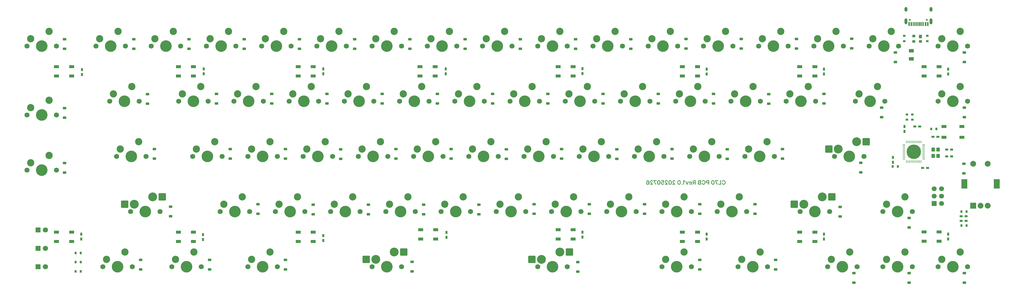
<source format=gbr>
%TF.GenerationSoftware,KiCad,Pcbnew,9.0.2*%
%TF.CreationDate,2025-08-01T12:08:27+09:00*%
%TF.ProjectId,CL70_PCB,434c3730-5f50-4434-922e-6b696361645f,rev?*%
%TF.SameCoordinates,Original*%
%TF.FileFunction,Soldermask,Bot*%
%TF.FilePolarity,Negative*%
%FSLAX46Y46*%
G04 Gerber Fmt 4.6, Leading zero omitted, Abs format (unit mm)*
G04 Created by KiCad (PCBNEW 9.0.2) date 2025-08-01 12:08:27*
%MOMM*%
%LPD*%
G01*
G04 APERTURE LIST*
G04 Aperture macros list*
%AMRoundRect*
0 Rectangle with rounded corners*
0 $1 Rounding radius*
0 $2 $3 $4 $5 $6 $7 $8 $9 X,Y pos of 4 corners*
0 Add a 4 corners polygon primitive as box body*
4,1,4,$2,$3,$4,$5,$6,$7,$8,$9,$2,$3,0*
0 Add four circle primitives for the rounded corners*
1,1,$1+$1,$2,$3*
1,1,$1+$1,$4,$5*
1,1,$1+$1,$6,$7*
1,1,$1+$1,$8,$9*
0 Add four rect primitives between the rounded corners*
20,1,$1+$1,$2,$3,$4,$5,0*
20,1,$1+$1,$4,$5,$6,$7,0*
20,1,$1+$1,$6,$7,$8,$9,0*
20,1,$1+$1,$8,$9,$2,$3,0*%
G04 Aperture macros list end*
%ADD10C,0.000000*%
%ADD11C,1.750000*%
%ADD12C,4.000000*%
%ADD13C,2.500000*%
%ADD14R,1.800000X1.800000*%
%ADD15C,1.800000*%
%ADD16C,3.050000*%
%ADD17RoundRect,0.250000X-1.025000X-1.000000X1.025000X-1.000000X1.025000X1.000000X-1.025000X1.000000X0*%
%ADD18R,2.000000X2.000000*%
%ADD19C,2.000000*%
%ADD20R,2.000000X3.200000*%
%ADD21R,1.000000X0.750000*%
%ADD22R,1.800000X1.000000*%
%ADD23RoundRect,0.225000X0.375000X-0.225000X0.375000X0.225000X-0.375000X0.225000X-0.375000X-0.225000X0*%
%ADD24R,0.750000X1.000000*%
%ADD25R,0.900000X0.800000*%
%ADD26R,1.000000X1.200000*%
%ADD27R,1.000000X0.900000*%
%ADD28R,1.800000X1.100000*%
%ADD29C,1.700000*%
%ADD30R,1.700000X1.700000*%
%ADD31R,0.800000X0.900000*%
%ADD32RoundRect,0.250000X0.350000X-0.450000X0.350000X0.450000X-0.350000X0.450000X-0.350000X-0.450000X0*%
%ADD33C,0.650000*%
%ADD34R,0.600000X1.450000*%
%ADD35R,0.300000X1.450000*%
%ADD36O,1.000000X1.600000*%
%ADD37O,1.000000X2.100000*%
%ADD38C,5.000000*%
%ADD39O,0.250000X1.000000*%
%ADD40O,1.000000X0.250000*%
%ADD41RoundRect,0.250000X0.625000X-0.375000X0.625000X0.375000X-0.625000X0.375000X-0.625000X-0.375000X0*%
G04 APERTURE END LIST*
D10*
%TO.C,G\u002A\u002A\u002A*%
G36*
X282032755Y-158224788D02*
G01*
X282032755Y-158968510D01*
X281572656Y-158968510D01*
X281112556Y-158968510D01*
X281112556Y-158855061D01*
X281112556Y-158741612D01*
X281440298Y-158741612D01*
X281768040Y-158741612D01*
X281768040Y-158111339D01*
X281768040Y-157481066D01*
X281900398Y-157481066D01*
X282032755Y-157481066D01*
X282032755Y-158224788D01*
G37*
G36*
X268521860Y-158675324D02*
G01*
X268570025Y-158700173D01*
X268605540Y-158738859D01*
X268626242Y-158786769D01*
X268629971Y-158839290D01*
X268614562Y-158891810D01*
X268577855Y-158939715D01*
X268549490Y-158962858D01*
X268516970Y-158977440D01*
X268475325Y-158981116D01*
X268464097Y-158980839D01*
X268402750Y-158967189D01*
X268356815Y-158934263D01*
X268328000Y-158883837D01*
X268318015Y-158817686D01*
X268325594Y-158773995D01*
X268353612Y-158725315D01*
X268397327Y-158688752D01*
X268451480Y-158670120D01*
X268463209Y-158668926D01*
X268521860Y-158675324D01*
G37*
G36*
X269433014Y-157600649D02*
G01*
X269616378Y-157720233D01*
X269616378Y-157840153D01*
X269616137Y-157871253D01*
X269614741Y-157916950D01*
X269612377Y-157948381D01*
X269609366Y-157960074D01*
X269604424Y-157957830D01*
X269581341Y-157944486D01*
X269543062Y-157921144D01*
X269493367Y-157890123D01*
X269436041Y-157853744D01*
X269269728Y-157747414D01*
X269266456Y-158357962D01*
X269263185Y-158968510D01*
X269124645Y-158968510D01*
X268986105Y-158968510D01*
X268986105Y-158224788D01*
X268986105Y-157481066D01*
X269117878Y-157481066D01*
X269249651Y-157481066D01*
X269433014Y-157600649D01*
G37*
G36*
X259758909Y-157594515D02*
G01*
X259758909Y-157707964D01*
X259387048Y-157707964D01*
X259357123Y-157707983D01*
X259265589Y-157708290D01*
X259183730Y-157708933D01*
X259114653Y-157709863D01*
X259061465Y-157711029D01*
X259027274Y-157712384D01*
X259015187Y-157713877D01*
X259016202Y-157716332D01*
X259026369Y-157737159D01*
X259046589Y-157777407D01*
X259075791Y-157834983D01*
X259112908Y-157907793D01*
X259156871Y-157993742D01*
X259206612Y-158090736D01*
X259261061Y-158196682D01*
X259319150Y-158309485D01*
X259341403Y-158352658D01*
X259399135Y-158464662D01*
X259453370Y-158569887D01*
X259502957Y-158666101D01*
X259546747Y-158751070D01*
X259583588Y-158822562D01*
X259612330Y-158878344D01*
X259631822Y-158916183D01*
X259640913Y-158933845D01*
X259658713Y-158968510D01*
X259516577Y-158968175D01*
X259374442Y-158967839D01*
X259056154Y-158344864D01*
X258737867Y-157721889D01*
X258737867Y-157601477D01*
X258737867Y-157481066D01*
X259248388Y-157481066D01*
X259758909Y-157481066D01*
X259758909Y-157594515D01*
G37*
G36*
X280961291Y-157594515D02*
G01*
X280961291Y-157707964D01*
X280589430Y-157707964D01*
X280559505Y-157707983D01*
X280467971Y-157708290D01*
X280386112Y-157708933D01*
X280317035Y-157709863D01*
X280263847Y-157711029D01*
X280229656Y-157712384D01*
X280217569Y-157713877D01*
X280218584Y-157716332D01*
X280228752Y-157737159D01*
X280248971Y-157777407D01*
X280278173Y-157834983D01*
X280315290Y-157907793D01*
X280359253Y-157993742D01*
X280408994Y-158090736D01*
X280463443Y-158196682D01*
X280521532Y-158309485D01*
X280543786Y-158352658D01*
X280601517Y-158464662D01*
X280655752Y-158569887D01*
X280705339Y-158666101D01*
X280749129Y-158751070D01*
X280785970Y-158822562D01*
X280814712Y-158878344D01*
X280834204Y-158916183D01*
X280843295Y-158933845D01*
X280861095Y-158968510D01*
X280718960Y-158968175D01*
X280576824Y-158967839D01*
X280258537Y-158344864D01*
X279940249Y-157721889D01*
X279940249Y-157601477D01*
X279940249Y-157481066D01*
X280450770Y-157481066D01*
X280961291Y-157481066D01*
X280961291Y-157594515D01*
G37*
G36*
X270795465Y-157849493D02*
G01*
X270827354Y-157851706D01*
X270839107Y-157855141D01*
X270835689Y-157866440D01*
X270824559Y-157899383D01*
X270806517Y-157951508D01*
X270782401Y-158020433D01*
X270753048Y-158103776D01*
X270719294Y-158199156D01*
X270681975Y-158304190D01*
X270641929Y-158416496D01*
X270444751Y-158968510D01*
X270298400Y-158968510D01*
X270152049Y-158968510D01*
X269960256Y-158429627D01*
X269928502Y-158340286D01*
X269890935Y-158234255D01*
X269856657Y-158137143D01*
X269826535Y-158051421D01*
X269801433Y-157979558D01*
X269782217Y-157924026D01*
X269769751Y-157887295D01*
X269764901Y-157871835D01*
X269765511Y-157865394D01*
X269774811Y-157859105D01*
X269797492Y-157855302D01*
X269837493Y-157853428D01*
X269898754Y-157852927D01*
X270036167Y-157852927D01*
X270161343Y-158256302D01*
X270182730Y-158324943D01*
X270211439Y-158416172D01*
X270237414Y-158497670D01*
X270259723Y-158566562D01*
X270277431Y-158619975D01*
X270289606Y-158655035D01*
X270295315Y-158668869D01*
X270299361Y-158662979D01*
X270310239Y-158635988D01*
X270326774Y-158589719D01*
X270348061Y-158526854D01*
X270373197Y-158450074D01*
X270401275Y-158362060D01*
X270431392Y-158265494D01*
X270558673Y-157852927D01*
X270698890Y-157849363D01*
X270748493Y-157848709D01*
X270795465Y-157849493D01*
G37*
G36*
X277860348Y-158224788D02*
G01*
X277860348Y-158968510D01*
X277727991Y-158968510D01*
X277595633Y-158968510D01*
X277595633Y-158716401D01*
X277595633Y-158464292D01*
X277397097Y-158464142D01*
X277302878Y-158462979D01*
X277223751Y-158458838D01*
X277159466Y-158450778D01*
X277104765Y-158437860D01*
X277054386Y-158419143D01*
X277003068Y-158393686D01*
X276939834Y-158350507D01*
X276873471Y-158279759D01*
X276823477Y-158194127D01*
X276791334Y-158097111D01*
X276778526Y-157992210D01*
X276780614Y-157963736D01*
X277056319Y-157963736D01*
X277062746Y-158044825D01*
X277090259Y-158115766D01*
X277137253Y-158173522D01*
X277202121Y-158215056D01*
X277233070Y-158225972D01*
X277277475Y-158235057D01*
X277337061Y-158241550D01*
X277416830Y-158246176D01*
X277424129Y-158246479D01*
X277484522Y-158248135D01*
X277535066Y-158248065D01*
X277570654Y-158246363D01*
X277586179Y-158243121D01*
X277587001Y-158241268D01*
X277589749Y-158219822D01*
X277592121Y-158178144D01*
X277593983Y-158120121D01*
X277595198Y-158049637D01*
X277595633Y-157970578D01*
X277595633Y-157707964D01*
X277441216Y-157708035D01*
X277380935Y-157708961D01*
X277320672Y-157711685D01*
X277271788Y-157715769D01*
X277241198Y-157720772D01*
X277174310Y-157748650D01*
X277117115Y-157796370D01*
X277078245Y-157861235D01*
X277058138Y-157942714D01*
X277056319Y-157963736D01*
X276780614Y-157963736D01*
X276786538Y-157882925D01*
X276796441Y-157836592D01*
X276834791Y-157734040D01*
X276892241Y-157647095D01*
X276967435Y-157577152D01*
X277059013Y-157525605D01*
X277165617Y-157493848D01*
X277183712Y-157491471D01*
X277229458Y-157488122D01*
X277293087Y-157485258D01*
X277370165Y-157483028D01*
X277456257Y-157481581D01*
X277546932Y-157481066D01*
X277860348Y-157481066D01*
X277860348Y-157970578D01*
X277860348Y-158224788D01*
G37*
G36*
X258149307Y-157475343D02*
G01*
X258246676Y-157506984D01*
X258332963Y-157554122D01*
X258405534Y-157615030D01*
X258461752Y-157687980D01*
X258498983Y-157771246D01*
X258514589Y-157863100D01*
X258517271Y-157928560D01*
X258394148Y-157932170D01*
X258347671Y-157933509D01*
X258306014Y-157933146D01*
X258280717Y-157927939D01*
X258266786Y-157915208D01*
X258259224Y-157892272D01*
X258253037Y-157856450D01*
X258248707Y-157837479D01*
X258220630Y-157781698D01*
X258174769Y-157736368D01*
X258115891Y-157703624D01*
X258048763Y-157685602D01*
X257978152Y-157684436D01*
X257908825Y-157702263D01*
X257862237Y-157726460D01*
X257809299Y-157774016D01*
X257777718Y-157834890D01*
X257767246Y-157909445D01*
X257767577Y-157928571D01*
X257770388Y-157959767D01*
X257777380Y-157989911D01*
X257790116Y-158021052D01*
X257810160Y-158055240D01*
X257839075Y-158094523D01*
X257878427Y-158140950D01*
X257929777Y-158196571D01*
X257994691Y-158263434D01*
X258074731Y-158343587D01*
X258171461Y-158439081D01*
X258511136Y-158773126D01*
X258511052Y-158870818D01*
X258510968Y-158968510D01*
X257994145Y-158968510D01*
X257477321Y-158968510D01*
X257477321Y-158855061D01*
X257477321Y-158741612D01*
X257805063Y-158741612D01*
X257886623Y-158741391D01*
X257966423Y-158740696D01*
X258034250Y-158739599D01*
X258086796Y-158738169D01*
X258120751Y-158736477D01*
X258132805Y-158734594D01*
X258132778Y-158734465D01*
X258123285Y-158723201D01*
X258098278Y-158696712D01*
X258060061Y-158657355D01*
X258010939Y-158607486D01*
X257953220Y-158549461D01*
X257889207Y-158485636D01*
X257793776Y-158389290D01*
X257709988Y-158300413D01*
X257642783Y-158222994D01*
X257590692Y-158154665D01*
X257552248Y-158093056D01*
X257525983Y-158035798D01*
X257510430Y-157980522D01*
X257504119Y-157924859D01*
X257505584Y-157866439D01*
X257524240Y-157769746D01*
X257564860Y-157680474D01*
X257625556Y-157604137D01*
X257704739Y-157542291D01*
X257800819Y-157496491D01*
X257912209Y-157468293D01*
X257931871Y-157465465D01*
X258043494Y-157460928D01*
X258149307Y-157475343D01*
G37*
G36*
X263254518Y-157475343D02*
G01*
X263351887Y-157506984D01*
X263438174Y-157554122D01*
X263510745Y-157615030D01*
X263566963Y-157687980D01*
X263604194Y-157771246D01*
X263619800Y-157863100D01*
X263622482Y-157928560D01*
X263499359Y-157932170D01*
X263452882Y-157933509D01*
X263411225Y-157933146D01*
X263385928Y-157927939D01*
X263371997Y-157915208D01*
X263364435Y-157892272D01*
X263358248Y-157856450D01*
X263353918Y-157837479D01*
X263325841Y-157781698D01*
X263279980Y-157736368D01*
X263221102Y-157703624D01*
X263153974Y-157685602D01*
X263083363Y-157684436D01*
X263014036Y-157702263D01*
X262967448Y-157726460D01*
X262914509Y-157774016D01*
X262882929Y-157834890D01*
X262872457Y-157909445D01*
X262872788Y-157928571D01*
X262875599Y-157959767D01*
X262882591Y-157989911D01*
X262895327Y-158021052D01*
X262915371Y-158055240D01*
X262944286Y-158094523D01*
X262983638Y-158140950D01*
X263034988Y-158196571D01*
X263099901Y-158263434D01*
X263179942Y-158343587D01*
X263276672Y-158439081D01*
X263616347Y-158773126D01*
X263616263Y-158870818D01*
X263616179Y-158968510D01*
X263099355Y-158968510D01*
X262582532Y-158968510D01*
X262582532Y-158855061D01*
X262582532Y-158741612D01*
X262910274Y-158741612D01*
X262991834Y-158741391D01*
X263071633Y-158740696D01*
X263139461Y-158739599D01*
X263192007Y-158738169D01*
X263225962Y-158736477D01*
X263238015Y-158734594D01*
X263237989Y-158734465D01*
X263228496Y-158723201D01*
X263203489Y-158696712D01*
X263165271Y-158657355D01*
X263116150Y-158607486D01*
X263058430Y-158549461D01*
X262994417Y-158485636D01*
X262898987Y-158389290D01*
X262815199Y-158300413D01*
X262747994Y-158222994D01*
X262695903Y-158154665D01*
X262657459Y-158093056D01*
X262631194Y-158035798D01*
X262615641Y-157980522D01*
X262609330Y-157924859D01*
X262610795Y-157866439D01*
X262629450Y-157769746D01*
X262670071Y-157680474D01*
X262730767Y-157604137D01*
X262809949Y-157542291D01*
X262906030Y-157496491D01*
X263017420Y-157468293D01*
X263037081Y-157465465D01*
X263148705Y-157460928D01*
X263254518Y-157475343D01*
G37*
G36*
X265851243Y-157475343D02*
G01*
X265948611Y-157506984D01*
X266034899Y-157554122D01*
X266107470Y-157615030D01*
X266163688Y-157687980D01*
X266200918Y-157771246D01*
X266216524Y-157863100D01*
X266219207Y-157928560D01*
X266096084Y-157932170D01*
X266049607Y-157933509D01*
X266007949Y-157933146D01*
X265982653Y-157927939D01*
X265968721Y-157915208D01*
X265961160Y-157892272D01*
X265954972Y-157856450D01*
X265950643Y-157837479D01*
X265922565Y-157781698D01*
X265876704Y-157736368D01*
X265817826Y-157703624D01*
X265750699Y-157685602D01*
X265680088Y-157684436D01*
X265610760Y-157702263D01*
X265564173Y-157726460D01*
X265511234Y-157774016D01*
X265479653Y-157834890D01*
X265469182Y-157909445D01*
X265469513Y-157928571D01*
X265472324Y-157959767D01*
X265479315Y-157989911D01*
X265492051Y-158021052D01*
X265512095Y-158055240D01*
X265541011Y-158094523D01*
X265580362Y-158140950D01*
X265631713Y-158196571D01*
X265696626Y-158263434D01*
X265776666Y-158343587D01*
X265873397Y-158439081D01*
X266213072Y-158773126D01*
X266212988Y-158870818D01*
X266212904Y-158968510D01*
X265696080Y-158968510D01*
X265179256Y-158968510D01*
X265179256Y-158855061D01*
X265179256Y-158741612D01*
X265506998Y-158741612D01*
X265588558Y-158741391D01*
X265668358Y-158740696D01*
X265736186Y-158739599D01*
X265788732Y-158738169D01*
X265822686Y-158736477D01*
X265834740Y-158734594D01*
X265834714Y-158734465D01*
X265825221Y-158723201D01*
X265800213Y-158696712D01*
X265761996Y-158657355D01*
X265712875Y-158607486D01*
X265655155Y-158549461D01*
X265591142Y-158485636D01*
X265495712Y-158389290D01*
X265411924Y-158300413D01*
X265344718Y-158222994D01*
X265292627Y-158154665D01*
X265254184Y-158093056D01*
X265227919Y-158035798D01*
X265212365Y-157980522D01*
X265206055Y-157924859D01*
X265207520Y-157866439D01*
X265226175Y-157769746D01*
X265266795Y-157680474D01*
X265327491Y-157604137D01*
X265406674Y-157542291D01*
X265502755Y-157496491D01*
X265614145Y-157468293D01*
X265633806Y-157465465D01*
X265745429Y-157460928D01*
X265851243Y-157475343D01*
G37*
G36*
X273246750Y-158224788D02*
G01*
X273246750Y-158968510D01*
X273114393Y-158968510D01*
X272982035Y-158968510D01*
X272982035Y-158697080D01*
X272982035Y-158425650D01*
X272841491Y-158429214D01*
X272700947Y-158432778D01*
X272558706Y-158697493D01*
X272416465Y-158962208D01*
X272263373Y-158965755D01*
X272259213Y-158965848D01*
X272201714Y-158966342D01*
X272155607Y-158965309D01*
X272125492Y-158962947D01*
X272115970Y-158959452D01*
X272121172Y-158950368D01*
X272143257Y-158910941D01*
X272172101Y-158858566D01*
X272205820Y-158796750D01*
X272242531Y-158729002D01*
X272280353Y-158658829D01*
X272317401Y-158589741D01*
X272351794Y-158525245D01*
X272381648Y-158468850D01*
X272405081Y-158424064D01*
X272420210Y-158394395D01*
X272425151Y-158383352D01*
X272422474Y-158381617D01*
X272403813Y-158370144D01*
X272374371Y-158352343D01*
X272366412Y-158347340D01*
X272314200Y-158305375D01*
X272263686Y-158251396D01*
X272221665Y-158193462D01*
X272194933Y-158139628D01*
X272173878Y-158060612D01*
X272164587Y-157960074D01*
X272446379Y-157960074D01*
X272449223Y-158009542D01*
X272466140Y-158072954D01*
X272500320Y-158122169D01*
X272554094Y-158161552D01*
X272576969Y-158173370D01*
X272600960Y-158182370D01*
X272629771Y-158188533D01*
X272668501Y-158192618D01*
X272722246Y-158195384D01*
X272796105Y-158197591D01*
X272982035Y-158202325D01*
X272982035Y-157953963D01*
X272982035Y-157705600D01*
X272802020Y-157709934D01*
X272744219Y-157711528D01*
X272686860Y-157714136D01*
X272645201Y-157718077D01*
X272613851Y-157724155D01*
X272587421Y-157733173D01*
X272560521Y-157745934D01*
X272515356Y-157775176D01*
X272475689Y-157821543D01*
X272453343Y-157881963D01*
X272446379Y-157960074D01*
X272164587Y-157960074D01*
X272163925Y-157952906D01*
X272175075Y-157849464D01*
X272206217Y-157753403D01*
X272256240Y-157667838D01*
X272324034Y-157595885D01*
X272408487Y-157540663D01*
X272409198Y-157540310D01*
X272447008Y-157523124D01*
X272485451Y-157509541D01*
X272528036Y-157499156D01*
X272578274Y-157491566D01*
X272639673Y-157486366D01*
X272715742Y-157483152D01*
X272809992Y-157481520D01*
X272925931Y-157481066D01*
X273246750Y-157481066D01*
X273246750Y-157953963D01*
X273246750Y-158224788D01*
G37*
G36*
X261063055Y-158229892D02*
G01*
X261062686Y-158312972D01*
X261061178Y-158376700D01*
X261058028Y-158426629D01*
X261052734Y-158468314D01*
X261044793Y-158507309D01*
X261033703Y-158549168D01*
X261019545Y-158594365D01*
X260968993Y-158710064D01*
X260903647Y-158807164D01*
X260824490Y-158884626D01*
X260732508Y-158941413D01*
X260628685Y-158976485D01*
X260583723Y-158984741D01*
X260465235Y-158990924D01*
X260354552Y-158973883D01*
X260253297Y-158934615D01*
X260163093Y-158874117D01*
X260085561Y-158793383D01*
X260022324Y-158693410D01*
X259975006Y-158575194D01*
X259971620Y-158563841D01*
X259943889Y-158438690D01*
X259930048Y-158305904D01*
X259929782Y-158217344D01*
X260201284Y-158217344D01*
X260206289Y-158340726D01*
X260223226Y-158457593D01*
X260252201Y-158561003D01*
X260280494Y-158619426D01*
X260325405Y-158679617D01*
X260378111Y-158725899D01*
X260433342Y-158752696D01*
X260468617Y-158760286D01*
X260543899Y-158760105D01*
X260611634Y-158736163D01*
X260670739Y-158688963D01*
X260720130Y-158619011D01*
X260723611Y-158612499D01*
X260755495Y-158537202D01*
X260777320Y-158450218D01*
X260789853Y-158347447D01*
X260793860Y-158224788D01*
X260787819Y-158085207D01*
X260769227Y-157964662D01*
X260738036Y-157865714D01*
X260694198Y-157788218D01*
X260637668Y-157732024D01*
X260625903Y-157723989D01*
X260559084Y-157694446D01*
X260489849Y-157687646D01*
X260421917Y-157702299D01*
X260359005Y-157737113D01*
X260304830Y-157790799D01*
X260263109Y-157862065D01*
X260256768Y-157877527D01*
X260226631Y-157978802D01*
X260208100Y-158094389D01*
X260201284Y-158217344D01*
X259929782Y-158217344D01*
X259929642Y-158170523D01*
X259942220Y-158037587D01*
X259967329Y-157912133D01*
X260004514Y-157799202D01*
X260053324Y-157703832D01*
X260105371Y-157635200D01*
X260184869Y-157562729D01*
X260274445Y-157509682D01*
X260370982Y-157475866D01*
X260471364Y-157461086D01*
X260572475Y-157465150D01*
X260671198Y-157487864D01*
X260764416Y-157529034D01*
X260849014Y-157588468D01*
X260921876Y-157665971D01*
X260979883Y-157761350D01*
X260991108Y-157785431D01*
X261017261Y-157847736D01*
X261036393Y-157906857D01*
X261049522Y-157968459D01*
X261057664Y-158038206D01*
X261061835Y-158121761D01*
X261063053Y-158224788D01*
X261063055Y-158229892D01*
G37*
G36*
X264970748Y-158229892D02*
G01*
X264970379Y-158312972D01*
X264968870Y-158376700D01*
X264965720Y-158426629D01*
X264960426Y-158468314D01*
X264952486Y-158507309D01*
X264941396Y-158549168D01*
X264927237Y-158594365D01*
X264876685Y-158710064D01*
X264811339Y-158807164D01*
X264732182Y-158884626D01*
X264640201Y-158941413D01*
X264536378Y-158976485D01*
X264491415Y-158984741D01*
X264372927Y-158990924D01*
X264262244Y-158973883D01*
X264160989Y-158934615D01*
X264070785Y-158874117D01*
X263993253Y-158793383D01*
X263930017Y-158693410D01*
X263882698Y-158575194D01*
X263879312Y-158563841D01*
X263851581Y-158438690D01*
X263837740Y-158305904D01*
X263837475Y-158217344D01*
X264108976Y-158217344D01*
X264113982Y-158340726D01*
X264130918Y-158457593D01*
X264159894Y-158561003D01*
X264188186Y-158619426D01*
X264233097Y-158679617D01*
X264285803Y-158725899D01*
X264341035Y-158752696D01*
X264376309Y-158760286D01*
X264451591Y-158760105D01*
X264519327Y-158736163D01*
X264578431Y-158688963D01*
X264627822Y-158619011D01*
X264631303Y-158612499D01*
X264663188Y-158537202D01*
X264685013Y-158450218D01*
X264697546Y-158347447D01*
X264701553Y-158224788D01*
X264695511Y-158085207D01*
X264676919Y-157964662D01*
X264645728Y-157865714D01*
X264601890Y-157788218D01*
X264545360Y-157732024D01*
X264533596Y-157723989D01*
X264466776Y-157694446D01*
X264397541Y-157687646D01*
X264329609Y-157702299D01*
X264266697Y-157737113D01*
X264212522Y-157790799D01*
X264170802Y-157862065D01*
X264164460Y-157877527D01*
X264134323Y-157978802D01*
X264115793Y-158094389D01*
X264108976Y-158217344D01*
X263837475Y-158217344D01*
X263837335Y-158170523D01*
X263849913Y-158037587D01*
X263875021Y-157912133D01*
X263912206Y-157799202D01*
X263961017Y-157703832D01*
X264013063Y-157635200D01*
X264092561Y-157562729D01*
X264182137Y-157509682D01*
X264278674Y-157475866D01*
X264379056Y-157461086D01*
X264480167Y-157465150D01*
X264578890Y-157487864D01*
X264672109Y-157529034D01*
X264756707Y-157588468D01*
X264829568Y-157665971D01*
X264887576Y-157761350D01*
X264898801Y-157785431D01*
X264924953Y-157847736D01*
X264944085Y-157906857D01*
X264957214Y-157968459D01*
X264965356Y-158038206D01*
X264969528Y-158121761D01*
X264970745Y-158224788D01*
X264970748Y-158229892D01*
G37*
G36*
X268071691Y-158229892D02*
G01*
X268071321Y-158312972D01*
X268069813Y-158376700D01*
X268066663Y-158426629D01*
X268061369Y-158468314D01*
X268053428Y-158507309D01*
X268042338Y-158549168D01*
X268028180Y-158594365D01*
X267977628Y-158710064D01*
X267912282Y-158807164D01*
X267833125Y-158884626D01*
X267741143Y-158941413D01*
X267637321Y-158976485D01*
X267592358Y-158984741D01*
X267473870Y-158990924D01*
X267363187Y-158973883D01*
X267261932Y-158934615D01*
X267171728Y-158874117D01*
X267094196Y-158793383D01*
X267030960Y-158693410D01*
X266983641Y-158575194D01*
X266980255Y-158563841D01*
X266952524Y-158438690D01*
X266938683Y-158305904D01*
X266938418Y-158217344D01*
X267209919Y-158217344D01*
X267214924Y-158340726D01*
X267231861Y-158457593D01*
X267260837Y-158561003D01*
X267289129Y-158619426D01*
X267334040Y-158679617D01*
X267386746Y-158725899D01*
X267441978Y-158752696D01*
X267477252Y-158760286D01*
X267552534Y-158760105D01*
X267620270Y-158736163D01*
X267679374Y-158688963D01*
X267728765Y-158619011D01*
X267732246Y-158612499D01*
X267764131Y-158537202D01*
X267785956Y-158450218D01*
X267798488Y-158347447D01*
X267802496Y-158224788D01*
X267796454Y-158085207D01*
X267777862Y-157964662D01*
X267746671Y-157865714D01*
X267702833Y-157788218D01*
X267646303Y-157732024D01*
X267634539Y-157723989D01*
X267567719Y-157694446D01*
X267498484Y-157687646D01*
X267430552Y-157702299D01*
X267367640Y-157737113D01*
X267313465Y-157790799D01*
X267271745Y-157862065D01*
X267265403Y-157877527D01*
X267235266Y-157978802D01*
X267216735Y-158094389D01*
X267209919Y-158217344D01*
X266938418Y-158217344D01*
X266938278Y-158170523D01*
X266950856Y-158037587D01*
X266975964Y-157912133D01*
X267013149Y-157799202D01*
X267061959Y-157703832D01*
X267114006Y-157635200D01*
X267193504Y-157562729D01*
X267283080Y-157509682D01*
X267379617Y-157475866D01*
X267479999Y-157461086D01*
X267581110Y-157465150D01*
X267679833Y-157487864D01*
X267773052Y-157529034D01*
X267857650Y-157588468D01*
X267930511Y-157665971D01*
X267988519Y-157761350D01*
X267999744Y-157785431D01*
X268025896Y-157847736D01*
X268045028Y-157906857D01*
X268058157Y-157968459D01*
X268066299Y-158038206D01*
X268070470Y-158121761D01*
X268071688Y-158224788D01*
X268071691Y-158229892D01*
G37*
G36*
X271987822Y-158290803D02*
G01*
X271998404Y-158413870D01*
X271995907Y-158479122D01*
X271975917Y-158601699D01*
X271936606Y-158709960D01*
X271878779Y-158802758D01*
X271803242Y-158878950D01*
X271710800Y-158937389D01*
X271602260Y-158976931D01*
X271554083Y-158985497D01*
X271474180Y-158989898D01*
X271388268Y-158986122D01*
X271306473Y-158974744D01*
X271238923Y-158956338D01*
X271186018Y-158932515D01*
X271112167Y-158885577D01*
X271050881Y-158829644D01*
X271006312Y-158768755D01*
X270982609Y-158706947D01*
X270974616Y-158665979D01*
X271100796Y-158665979D01*
X271118519Y-158665992D01*
X271170315Y-158666584D01*
X271203773Y-158668939D01*
X271224314Y-158674254D01*
X271237356Y-158683726D01*
X271248318Y-158698549D01*
X271266167Y-158719430D01*
X271314448Y-158750906D01*
X271377832Y-158771495D01*
X271450472Y-158778875D01*
X271522849Y-158771641D01*
X271599083Y-158743826D01*
X271661124Y-158695752D01*
X271678439Y-158673722D01*
X271706135Y-158623383D01*
X271726299Y-158568122D01*
X271734095Y-158519614D01*
X271734095Y-158489867D01*
X271346477Y-158486534D01*
X270958859Y-158483200D01*
X270961794Y-158382356D01*
X270964498Y-158327734D01*
X270968010Y-158300421D01*
X271213952Y-158300421D01*
X271474023Y-158300421D01*
X271496372Y-158300380D01*
X271572045Y-158299604D01*
X271637369Y-158297960D01*
X271688629Y-158295607D01*
X271722109Y-158292701D01*
X271734095Y-158289400D01*
X271733257Y-158283826D01*
X271726334Y-158258602D01*
X271714697Y-158223400D01*
X271684604Y-158163310D01*
X271637772Y-158111456D01*
X271580704Y-158075420D01*
X271517285Y-158055000D01*
X271451396Y-158049994D01*
X271386923Y-158060200D01*
X271327746Y-158085415D01*
X271277751Y-158125438D01*
X271240820Y-158180066D01*
X271220835Y-158249098D01*
X271213952Y-158300421D01*
X270968010Y-158300421D01*
X270976112Y-158237421D01*
X270997829Y-158158546D01*
X271031597Y-158082746D01*
X271039555Y-158068233D01*
X271101004Y-157985442D01*
X271180139Y-157920133D01*
X271275880Y-157873028D01*
X271387150Y-157844849D01*
X271461012Y-157838083D01*
X271571400Y-157846509D01*
X271673264Y-157876650D01*
X271764692Y-157926726D01*
X271843772Y-157994958D01*
X271908595Y-158079568D01*
X271957249Y-158178776D01*
X271987439Y-158289400D01*
X271987822Y-158290803D01*
G37*
G36*
X276063298Y-157473507D02*
G01*
X276147896Y-157492334D01*
X276244142Y-157532159D01*
X276348466Y-157599476D01*
X276438371Y-157686121D01*
X276511181Y-157789900D01*
X276544479Y-157857957D01*
X276583607Y-157977855D01*
X276606100Y-158108200D01*
X276611854Y-158243697D01*
X276600764Y-158379053D01*
X276572727Y-158508973D01*
X276527639Y-158628163D01*
X276523352Y-158636919D01*
X276460757Y-158735981D01*
X276379836Y-158823174D01*
X276284914Y-158895170D01*
X276180318Y-158948635D01*
X276070373Y-158980242D01*
X276063735Y-158981311D01*
X276013917Y-158986063D01*
X275952741Y-158988107D01*
X275891929Y-158987001D01*
X275812689Y-158978842D01*
X275691112Y-158947952D01*
X275582452Y-158896510D01*
X275488324Y-158825832D01*
X275410342Y-158737237D01*
X275350120Y-158632041D01*
X275309273Y-158511562D01*
X275300959Y-158476897D01*
X275437540Y-158476897D01*
X275574121Y-158476897D01*
X275602888Y-158546304D01*
X275624973Y-158590345D01*
X275678461Y-158656039D01*
X275748873Y-158703364D01*
X275835654Y-158731996D01*
X275938248Y-158741612D01*
X275962767Y-158741325D01*
X276012860Y-158737052D01*
X276056148Y-158725299D01*
X276105671Y-158703064D01*
X276134051Y-158687923D01*
X276192031Y-158647045D01*
X276237893Y-158595659D01*
X276278797Y-158526462D01*
X276279762Y-158524551D01*
X276306642Y-158461113D01*
X276324215Y-158393497D01*
X276333755Y-158314890D01*
X276336541Y-158218485D01*
X276331594Y-158123775D01*
X276310137Y-158009769D01*
X276272210Y-157912171D01*
X276218374Y-157832317D01*
X276149188Y-157771544D01*
X276125649Y-157756826D01*
X276058035Y-157725777D01*
X275985790Y-157711176D01*
X275900199Y-157710902D01*
X275839177Y-157719044D01*
X275752374Y-157747936D01*
X275680292Y-157794963D01*
X275625175Y-157858494D01*
X275589267Y-157936897D01*
X275574769Y-157985284D01*
X275437864Y-157985284D01*
X275300959Y-157985284D01*
X275308621Y-157950619D01*
X275313728Y-157929326D01*
X275343137Y-157840066D01*
X275383003Y-157754727D01*
X275429618Y-157680404D01*
X275479273Y-157624190D01*
X275490162Y-157614799D01*
X275557753Y-157566957D01*
X275637194Y-157523894D01*
X275717420Y-157491764D01*
X275771256Y-157478270D01*
X275865166Y-157466463D01*
X275965784Y-157464879D01*
X276063298Y-157473507D01*
G37*
G36*
X283021512Y-157473507D02*
G01*
X283106109Y-157492334D01*
X283202356Y-157532159D01*
X283306680Y-157599476D01*
X283396584Y-157686121D01*
X283469394Y-157789900D01*
X283502692Y-157857957D01*
X283541821Y-157977855D01*
X283564313Y-158108200D01*
X283570067Y-158243697D01*
X283558977Y-158379053D01*
X283530941Y-158508973D01*
X283485853Y-158628163D01*
X283481566Y-158636919D01*
X283418970Y-158735981D01*
X283338049Y-158823174D01*
X283243128Y-158895170D01*
X283138532Y-158948635D01*
X283028586Y-158980242D01*
X283021949Y-158981311D01*
X282972131Y-158986063D01*
X282910955Y-158988107D01*
X282850142Y-158987001D01*
X282770902Y-158978842D01*
X282649325Y-158947952D01*
X282540666Y-158896510D01*
X282446538Y-158825832D01*
X282368555Y-158737237D01*
X282308334Y-158632041D01*
X282267487Y-158511562D01*
X282259173Y-158476897D01*
X282395754Y-158476897D01*
X282532334Y-158476897D01*
X282561102Y-158546304D01*
X282583186Y-158590345D01*
X282636674Y-158656039D01*
X282707087Y-158703364D01*
X282793868Y-158731996D01*
X282896461Y-158741612D01*
X282920981Y-158741325D01*
X282971074Y-158737052D01*
X283014361Y-158725299D01*
X283063884Y-158703064D01*
X283092264Y-158687923D01*
X283150245Y-158647045D01*
X283196107Y-158595659D01*
X283237010Y-158526462D01*
X283237975Y-158524551D01*
X283264856Y-158461113D01*
X283282428Y-158393497D01*
X283291968Y-158314890D01*
X283294754Y-158218485D01*
X283289808Y-158123775D01*
X283268351Y-158009769D01*
X283230424Y-157912171D01*
X283176587Y-157832317D01*
X283107402Y-157771544D01*
X283083863Y-157756826D01*
X283016248Y-157725777D01*
X282944003Y-157711176D01*
X282858413Y-157710902D01*
X282797390Y-157719044D01*
X282710588Y-157747936D01*
X282638505Y-157794963D01*
X282583388Y-157858494D01*
X282547480Y-157936897D01*
X282532983Y-157985284D01*
X282396078Y-157985284D01*
X282259173Y-157985284D01*
X282266834Y-157950619D01*
X282271941Y-157929326D01*
X282301350Y-157840066D01*
X282341216Y-157754727D01*
X282387831Y-157680404D01*
X282437487Y-157624190D01*
X282448375Y-157614799D01*
X282515966Y-157566957D01*
X282595407Y-157523894D01*
X282675633Y-157491764D01*
X282729470Y-157478270D01*
X282823380Y-157466463D01*
X282923998Y-157464879D01*
X283021512Y-157473507D01*
G37*
G36*
X279731738Y-158224788D02*
G01*
X279731740Y-158229892D01*
X279731371Y-158312972D01*
X279729863Y-158376700D01*
X279726713Y-158426629D01*
X279721419Y-158468314D01*
X279713478Y-158507309D01*
X279702388Y-158549168D01*
X279688230Y-158594365D01*
X279637678Y-158710064D01*
X279572331Y-158807164D01*
X279493175Y-158884626D01*
X279401193Y-158941413D01*
X279297370Y-158976485D01*
X279252408Y-158984741D01*
X279133920Y-158990924D01*
X279023237Y-158973883D01*
X278921982Y-158934615D01*
X278831777Y-158874117D01*
X278754246Y-158793383D01*
X278691009Y-158693410D01*
X278643691Y-158575194D01*
X278640304Y-158563841D01*
X278612574Y-158438690D01*
X278598733Y-158305904D01*
X278598471Y-158218485D01*
X278869474Y-158218485D01*
X278870261Y-158268580D01*
X278881017Y-158394077D01*
X278903834Y-158503743D01*
X278938027Y-158596009D01*
X278982913Y-158669304D01*
X279037808Y-158722056D01*
X279102027Y-158752696D01*
X279106305Y-158753852D01*
X279183597Y-158762937D01*
X279253723Y-158748431D01*
X279315691Y-158711153D01*
X279368508Y-158651926D01*
X279411181Y-158571571D01*
X279442717Y-158470908D01*
X279442927Y-158469996D01*
X279453866Y-158401699D01*
X279460415Y-158316961D01*
X279462574Y-158224035D01*
X279460344Y-158131176D01*
X279453725Y-158046636D01*
X279442717Y-157978668D01*
X279441747Y-157974538D01*
X279410162Y-157876836D01*
X279367159Y-157798002D01*
X279314139Y-157739228D01*
X279252504Y-157701704D01*
X279183655Y-157686621D01*
X279108994Y-157695169D01*
X279087948Y-157702015D01*
X279024378Y-157739471D01*
X278970721Y-157798453D01*
X278927689Y-157877405D01*
X278895994Y-157974766D01*
X278876352Y-158088979D01*
X278869474Y-158218485D01*
X278598471Y-158218485D01*
X278598327Y-158170523D01*
X278610905Y-158037587D01*
X278636013Y-157912133D01*
X278673199Y-157799202D01*
X278722009Y-157703832D01*
X278774056Y-157635200D01*
X278853554Y-157562729D01*
X278943130Y-157509682D01*
X279039667Y-157475866D01*
X279140049Y-157461086D01*
X279241160Y-157465150D01*
X279339883Y-157487864D01*
X279433101Y-157529034D01*
X279517699Y-157588468D01*
X279590561Y-157665971D01*
X279648568Y-157761350D01*
X279659793Y-157785431D01*
X279685945Y-157847736D01*
X279705078Y-157906857D01*
X279718207Y-157968459D01*
X279726349Y-158038206D01*
X279730520Y-158121761D01*
X279731729Y-158224035D01*
X279731738Y-158224788D01*
G37*
G36*
X262235148Y-157509428D02*
G01*
X262237133Y-157522231D01*
X262241693Y-157558593D01*
X262248023Y-157613213D01*
X262255709Y-157682152D01*
X262264340Y-157761475D01*
X262273501Y-157847246D01*
X262282781Y-157935528D01*
X262291766Y-158022385D01*
X262300043Y-158103880D01*
X262307200Y-158176078D01*
X262312823Y-158235042D01*
X262316500Y-158276835D01*
X262317817Y-158297521D01*
X262317810Y-158299193D01*
X262316133Y-158311716D01*
X262308209Y-158319494D01*
X262289297Y-158323655D01*
X262254657Y-158325326D01*
X262199548Y-158325632D01*
X262081279Y-158325632D01*
X262032242Y-158276594D01*
X261987651Y-158240567D01*
X261916759Y-158209800D01*
X261832424Y-158199648D01*
X261814279Y-158200079D01*
X261729866Y-158215350D01*
X261657624Y-158250787D01*
X261600186Y-158304087D01*
X261560186Y-158372947D01*
X261540259Y-158455065D01*
X261540818Y-158532410D01*
X261561761Y-158610261D01*
X261602277Y-158674949D01*
X261660229Y-158724098D01*
X261733483Y-158755330D01*
X261819901Y-158766269D01*
X261867420Y-158762964D01*
X261940752Y-158743439D01*
X262001920Y-158708607D01*
X262046969Y-158661026D01*
X262071944Y-158603254D01*
X262080316Y-158565136D01*
X262213283Y-158565136D01*
X262346250Y-158565136D01*
X262337951Y-158618709D01*
X262329105Y-158660231D01*
X262292657Y-158748306D01*
X262235306Y-158825889D01*
X262159248Y-158890911D01*
X262066680Y-158941302D01*
X261959799Y-158974993D01*
X261958961Y-158975175D01*
X261837962Y-158990589D01*
X261723909Y-158984529D01*
X261618622Y-158958927D01*
X261523916Y-158915722D01*
X261441609Y-158856846D01*
X261373519Y-158784238D01*
X261321464Y-158699830D01*
X261287260Y-158605560D01*
X261272725Y-158503363D01*
X261279677Y-158395174D01*
X261309933Y-158282928D01*
X261327716Y-158242292D01*
X261381218Y-158161122D01*
X261450767Y-158093947D01*
X261532554Y-158042033D01*
X261622773Y-158006650D01*
X261717616Y-157989065D01*
X261813276Y-157990548D01*
X261905945Y-158012365D01*
X261991816Y-158055786D01*
X262056408Y-158099253D01*
X262049226Y-158051723D01*
X262045766Y-158026143D01*
X262039993Y-157978805D01*
X262033191Y-157919714D01*
X262026210Y-157856079D01*
X262010376Y-157707964D01*
X261678786Y-157707964D01*
X261347197Y-157707964D01*
X261347197Y-157594515D01*
X261347197Y-157481066D01*
X261788148Y-157481066D01*
X262229098Y-157481066D01*
X262235148Y-157509428D01*
G37*
G36*
X275074542Y-158224788D02*
G01*
X275074542Y-158528382D01*
X275074542Y-158968510D01*
X274717934Y-158968510D01*
X274631870Y-158968352D01*
X274535242Y-158967564D01*
X274458384Y-158965985D01*
X274398174Y-158963476D01*
X274351489Y-158959894D01*
X274315204Y-158955098D01*
X274286197Y-158948947D01*
X274218231Y-158926623D01*
X274127060Y-158877625D01*
X274053966Y-158811751D01*
X273999859Y-158729696D01*
X273984456Y-158687490D01*
X273972199Y-158615966D01*
X273970587Y-158542354D01*
X274243632Y-158542354D01*
X274254773Y-158607497D01*
X274288336Y-158664168D01*
X274343468Y-158709417D01*
X274344822Y-158710207D01*
X274364128Y-158719785D01*
X274386815Y-158726799D01*
X274417248Y-158731765D01*
X274459793Y-158735198D01*
X274518817Y-158737612D01*
X274598685Y-158739523D01*
X274809827Y-158743737D01*
X274809827Y-158528382D01*
X274809827Y-158313026D01*
X274628929Y-158313026D01*
X274591530Y-158313266D01*
X274497185Y-158317101D01*
X274423313Y-158326536D01*
X274366614Y-158342764D01*
X274323794Y-158366978D01*
X274291555Y-158400371D01*
X274266600Y-158444137D01*
X274255769Y-158471688D01*
X274243632Y-158542354D01*
X273970587Y-158542354D01*
X273970487Y-158537794D01*
X273979350Y-158462421D01*
X273998818Y-158399294D01*
X274006498Y-158383678D01*
X274058784Y-158309556D01*
X274127928Y-158251465D01*
X274209450Y-158213360D01*
X274225647Y-158208310D01*
X274259388Y-158197045D01*
X274272937Y-158189605D01*
X274269233Y-158183329D01*
X274251215Y-158175558D01*
X274224466Y-158165874D01*
X274209367Y-158161761D01*
X274202902Y-158158966D01*
X274180252Y-158145343D01*
X274148417Y-158124204D01*
X274117015Y-158099033D01*
X274067797Y-158036182D01*
X274038415Y-157958300D01*
X274034966Y-157923657D01*
X274295327Y-157923657D01*
X274312804Y-157984873D01*
X274351468Y-158038040D01*
X274409690Y-158079078D01*
X274430164Y-158088866D01*
X274456754Y-158099091D01*
X274485477Y-158105651D01*
X274522101Y-158109345D01*
X274572396Y-158110974D01*
X274642128Y-158111339D01*
X274809827Y-158111339D01*
X274809827Y-157909652D01*
X274809827Y-157707964D01*
X274641534Y-157707964D01*
X274624400Y-157708015D01*
X274531115Y-157710889D01*
X274458770Y-157719088D01*
X274403941Y-157733878D01*
X274363200Y-157756526D01*
X274333124Y-157788299D01*
X274310287Y-157830463D01*
X274300668Y-157858467D01*
X274295327Y-157923657D01*
X274034966Y-157923657D01*
X274029247Y-157866209D01*
X274031550Y-157818400D01*
X274037251Y-157770579D01*
X274045004Y-157737158D01*
X274046946Y-157732046D01*
X274085059Y-157661649D01*
X274138532Y-157599457D01*
X274200171Y-157553962D01*
X274218429Y-157544297D01*
X274257974Y-157525583D01*
X274297856Y-157510911D01*
X274341628Y-157499805D01*
X274392841Y-157491787D01*
X274455047Y-157486382D01*
X274531799Y-157483111D01*
X274626647Y-157481498D01*
X274743145Y-157481066D01*
X275074542Y-157481066D01*
X275074542Y-157909652D01*
X275074542Y-158224788D01*
G37*
G36*
X257251205Y-158538687D02*
G01*
X257236059Y-158592527D01*
X257214545Y-158646879D01*
X257185614Y-158707324D01*
X257167314Y-158740078D01*
X257101857Y-158824345D01*
X257019171Y-158894721D01*
X256923845Y-158947778D01*
X256820471Y-158980087D01*
X256791102Y-158985184D01*
X256674098Y-158992185D01*
X256562793Y-158978392D01*
X256459717Y-158945445D01*
X256367403Y-158894979D01*
X256288382Y-158828631D01*
X256225185Y-158748039D01*
X256180346Y-158654840D01*
X256156394Y-158550671D01*
X256154427Y-158510309D01*
X256414332Y-158510309D01*
X256430346Y-158583428D01*
X256464576Y-158650150D01*
X256516371Y-158706186D01*
X256585080Y-158747246D01*
X256587170Y-158748108D01*
X256662680Y-158766306D01*
X256741043Y-158763359D01*
X256816338Y-158740999D01*
X256882646Y-158700963D01*
X256934048Y-158644985D01*
X256970699Y-158569436D01*
X256984102Y-158491459D01*
X256974935Y-158415251D01*
X256944206Y-158344513D01*
X256892923Y-158282943D01*
X256822096Y-158234242D01*
X256813086Y-158229807D01*
X256733386Y-158204364D01*
X256653904Y-158202062D01*
X256578721Y-158222494D01*
X256511916Y-158265250D01*
X256482097Y-158295460D01*
X256439557Y-158362036D01*
X256417185Y-158435082D01*
X256414332Y-158510309D01*
X256154427Y-158510309D01*
X256152122Y-158463033D01*
X256165312Y-158352473D01*
X256199330Y-158252629D01*
X256253139Y-158165546D01*
X256325702Y-158093271D01*
X256415985Y-158037852D01*
X256448580Y-158023588D01*
X256480560Y-158013372D01*
X256516046Y-158007511D01*
X256562267Y-158004851D01*
X256626452Y-158004237D01*
X256637070Y-158004248D01*
X256696918Y-158004978D01*
X256739487Y-158007706D01*
X256771686Y-158013623D01*
X256800428Y-158023920D01*
X256832624Y-158039790D01*
X256861066Y-158056677D01*
X256911979Y-158093547D01*
X256955527Y-158132292D01*
X257010919Y-158189286D01*
X257010919Y-158132025D01*
X257008930Y-158089352D01*
X256994691Y-158002941D01*
X256968943Y-157918363D01*
X256934300Y-157843323D01*
X256893375Y-157785522D01*
X256881115Y-157773169D01*
X256820466Y-157730589D01*
X256751577Y-157705889D01*
X256679219Y-157698560D01*
X256608164Y-157708093D01*
X256543184Y-157733978D01*
X256489052Y-157775708D01*
X256450539Y-157832771D01*
X256427239Y-157884441D01*
X256295146Y-157884441D01*
X256163054Y-157884441D01*
X256169830Y-157842687D01*
X256184123Y-157788018D01*
X256222741Y-157707922D01*
X256278371Y-157632587D01*
X256346455Y-157567842D01*
X256422435Y-157519518D01*
X256506357Y-157486196D01*
X256618822Y-157463120D01*
X256730597Y-157462839D01*
X256838663Y-157484351D01*
X256939999Y-157526658D01*
X257031589Y-157588759D01*
X257110413Y-157669654D01*
X257173452Y-157768342D01*
X257206986Y-157840174D01*
X257232322Y-157909176D01*
X257250096Y-157980161D01*
X257261426Y-158058888D01*
X257267426Y-158151116D01*
X257269213Y-158262605D01*
X257268922Y-158324461D01*
X257266588Y-158410233D01*
X257261032Y-158479783D01*
X257259084Y-158491459D01*
X257251205Y-158538687D01*
G37*
%TD*%
D11*
%TO.C,S45*%
X271145000Y-149225000D03*
D12*
X276225000Y-149225000D03*
D11*
X281305000Y-149225000D03*
D13*
X272415000Y-146685000D03*
X278765000Y-144145000D03*
%TD*%
D11*
%TO.C,S53*%
X185420000Y-168275000D03*
D12*
X190500000Y-168275000D03*
D11*
X195580000Y-168275000D03*
D13*
X186690000Y-165735000D03*
X193040000Y-163195000D03*
%TD*%
D11*
%TO.C,S10*%
X218757500Y-111125000D03*
D12*
X223837500Y-111125000D03*
D11*
X228917500Y-111125000D03*
D13*
X220027500Y-108585000D03*
X226377500Y-106045000D03*
%TD*%
D11*
%TO.C,S9*%
X199707500Y-111125000D03*
D12*
X204787500Y-111125000D03*
D11*
X209867500Y-111125000D03*
D13*
X200977500Y-108585000D03*
X207327500Y-106045000D03*
%TD*%
D11*
%TO.C,S18*%
X42545000Y-134937500D03*
D12*
X47625000Y-134937500D03*
D11*
X52705000Y-134937500D03*
D13*
X43815000Y-132397500D03*
X50165000Y-129857500D03*
%TD*%
D11*
%TO.C,S16*%
X333057500Y-111125000D03*
D12*
X338137500Y-111125000D03*
D11*
X343217500Y-111125000D03*
D13*
X334327500Y-108585000D03*
X340677500Y-106045000D03*
%TD*%
D11*
%TO.C,S35*%
X73501250Y-149225000D03*
D12*
X78581250Y-149225000D03*
D11*
X83661250Y-149225000D03*
D13*
X74771250Y-146685000D03*
X81121250Y-144145000D03*
%TD*%
D11*
%TO.C,S61*%
X68738750Y-187325000D03*
D12*
X73818750Y-187325000D03*
D11*
X78898750Y-187325000D03*
D13*
X70008750Y-184785000D03*
X76358750Y-182245000D03*
%TD*%
D14*
%TO.C,LED1*%
X46355000Y-174625000D03*
D15*
X48895000Y-174625000D03*
%TD*%
D11*
%TO.C,S65*%
X218757500Y-187325000D03*
D16*
X220027500Y-184785000D03*
D12*
X223837500Y-187325000D03*
D16*
X226377500Y-182245000D03*
D11*
X228917500Y-187325000D03*
D17*
X216752500Y-184785000D03*
X229679500Y-182245000D03*
%TD*%
D11*
%TO.C,S3*%
X85407500Y-111125000D03*
D12*
X90487500Y-111125000D03*
D11*
X95567500Y-111125000D03*
D13*
X86677500Y-108585000D03*
X93027500Y-106045000D03*
%TD*%
D11*
%TO.C,S64*%
X161607500Y-187325000D03*
D16*
X162877500Y-184785000D03*
D12*
X166687500Y-187325000D03*
D16*
X169227500Y-182245000D03*
D11*
X171767500Y-187325000D03*
D17*
X159602500Y-184785000D03*
X172529500Y-182245000D03*
%TD*%
D11*
%TO.C,S49*%
X109220000Y-168275000D03*
D12*
X114300000Y-168275000D03*
D11*
X119380000Y-168275000D03*
D13*
X110490000Y-165735000D03*
X116840000Y-163195000D03*
%TD*%
D11*
%TO.C,S50*%
X128270000Y-168275000D03*
D12*
X133350000Y-168275000D03*
D11*
X138430000Y-168275000D03*
D13*
X129540000Y-165735000D03*
X135890000Y-163195000D03*
%TD*%
D11*
%TO.C,S1*%
X42545000Y-111125000D03*
D12*
X47625000Y-111125000D03*
D11*
X52705000Y-111125000D03*
D13*
X43815000Y-108585000D03*
X50165000Y-106045000D03*
%TD*%
D11*
%TO.C,S33*%
X356870000Y-130175000D03*
D12*
X361950000Y-130175000D03*
D11*
X367030000Y-130175000D03*
D13*
X358140000Y-127635000D03*
X364490000Y-125095000D03*
%TD*%
D11*
%TO.C,S55*%
X223520000Y-168275000D03*
D12*
X228600000Y-168275000D03*
D11*
X233680000Y-168275000D03*
D13*
X224790000Y-165735000D03*
X231140000Y-163195000D03*
%TD*%
D11*
%TO.C,S60*%
X337820000Y-168275000D03*
D12*
X342900000Y-168275000D03*
D11*
X347980000Y-168275000D03*
D13*
X339090000Y-165735000D03*
X345440000Y-163195000D03*
%TD*%
D11*
%TO.C,S41*%
X194945000Y-149225000D03*
D12*
X200025000Y-149225000D03*
D11*
X205105000Y-149225000D03*
D13*
X196215000Y-146685000D03*
X202565000Y-144145000D03*
%TD*%
D11*
%TO.C,S5*%
X123507500Y-111125000D03*
D12*
X128587500Y-111125000D03*
D11*
X133667500Y-111125000D03*
D13*
X124777500Y-108585000D03*
X131127500Y-106045000D03*
%TD*%
D11*
%TO.C,S47*%
X321151250Y-149225000D03*
D16*
X322421250Y-146685000D03*
D12*
X326231250Y-149225000D03*
D16*
X328771250Y-144145000D03*
D11*
X331311250Y-149225000D03*
D17*
X319146250Y-146685000D03*
X332073250Y-144145000D03*
%TD*%
D11*
%TO.C,S57*%
X261620000Y-168275000D03*
D12*
X266700000Y-168275000D03*
D11*
X271780000Y-168275000D03*
D13*
X262890000Y-165735000D03*
X269240000Y-163195000D03*
%TD*%
D11*
%TO.C,S26*%
X209232500Y-130175000D03*
D12*
X214312500Y-130175000D03*
D11*
X219392500Y-130175000D03*
D13*
X210502500Y-127635000D03*
X216852500Y-125095000D03*
%TD*%
D11*
%TO.C,S43*%
X233045000Y-149225000D03*
D12*
X238125000Y-149225000D03*
D11*
X243205000Y-149225000D03*
D13*
X234315000Y-146685000D03*
X240665000Y-144145000D03*
%TD*%
D11*
%TO.C,S51*%
X147320000Y-168275000D03*
D12*
X152400000Y-168275000D03*
D11*
X157480000Y-168275000D03*
D13*
X148590000Y-165735000D03*
X154940000Y-163195000D03*
%TD*%
D11*
%TO.C,S59*%
X309245000Y-168275000D03*
D16*
X310515000Y-165735000D03*
D12*
X314325000Y-168275000D03*
D16*
X316865000Y-163195000D03*
D11*
X319405000Y-168275000D03*
D17*
X307240000Y-165735000D03*
X320167000Y-163195000D03*
%TD*%
D11*
%TO.C,S4*%
X104457500Y-111125000D03*
D12*
X109537500Y-111125000D03*
D11*
X114617500Y-111125000D03*
D13*
X105727500Y-108585000D03*
X112077500Y-106045000D03*
%TD*%
D11*
%TO.C,S63*%
X118745000Y-187325000D03*
D12*
X123825000Y-187325000D03*
D11*
X128905000Y-187325000D03*
D13*
X120015000Y-184785000D03*
X126365000Y-182245000D03*
%TD*%
D11*
%TO.C,S27*%
X228282500Y-130175000D03*
D12*
X233362500Y-130175000D03*
D11*
X238442500Y-130175000D03*
D13*
X229552500Y-127635000D03*
X235902500Y-125095000D03*
%TD*%
D11*
%TO.C,S58*%
X280670000Y-168275000D03*
D12*
X285750000Y-168275000D03*
D11*
X290830000Y-168275000D03*
D13*
X281940000Y-165735000D03*
X288290000Y-163195000D03*
%TD*%
D11*
%TO.C,S7*%
X161607500Y-111125000D03*
D12*
X166687500Y-111125000D03*
D11*
X171767500Y-111125000D03*
D13*
X162877500Y-108585000D03*
X169227500Y-106045000D03*
%TD*%
D11*
%TO.C,S62*%
X92551250Y-187325000D03*
D12*
X97631250Y-187325000D03*
D11*
X102711250Y-187325000D03*
D13*
X93821250Y-184785000D03*
X100171250Y-182245000D03*
%TD*%
D11*
%TO.C,S14*%
X294957500Y-111125000D03*
D12*
X300037500Y-111125000D03*
D11*
X305117500Y-111125000D03*
D13*
X296227500Y-108585000D03*
X302577500Y-106045000D03*
%TD*%
D11*
%TO.C,S39*%
X156845000Y-149225000D03*
D12*
X161925000Y-149225000D03*
D11*
X167005000Y-149225000D03*
D13*
X158115000Y-146685000D03*
X164465000Y-144145000D03*
%TD*%
D11*
%TO.C,S24*%
X171132500Y-130175000D03*
D12*
X176212500Y-130175000D03*
D11*
X181292500Y-130175000D03*
D13*
X172402500Y-127635000D03*
X178752500Y-125095000D03*
%TD*%
D11*
%TO.C,S54*%
X204470000Y-168275000D03*
D12*
X209550000Y-168275000D03*
D11*
X214630000Y-168275000D03*
D13*
X205740000Y-165735000D03*
X212090000Y-163195000D03*
%TD*%
D11*
%TO.C,S68*%
X318770000Y-187325000D03*
D12*
X323850000Y-187325000D03*
D11*
X328930000Y-187325000D03*
D13*
X320040000Y-184785000D03*
X326390000Y-182245000D03*
%TD*%
D11*
%TO.C,S29*%
X266382500Y-130175000D03*
D12*
X271462500Y-130175000D03*
D11*
X276542500Y-130175000D03*
D13*
X267652500Y-127635000D03*
X274002500Y-125095000D03*
%TD*%
D14*
%TO.C,LED3*%
X46355000Y-187312500D03*
D15*
X48895000Y-187312500D03*
%TD*%
D11*
%TO.C,S25*%
X190182500Y-130175000D03*
D12*
X195262500Y-130175000D03*
D11*
X200342500Y-130175000D03*
D13*
X191452500Y-127635000D03*
X197802500Y-125095000D03*
%TD*%
D11*
%TO.C,S36*%
X99695000Y-149225000D03*
D12*
X104775000Y-149225000D03*
D11*
X109855000Y-149225000D03*
D13*
X100965000Y-146685000D03*
X107315000Y-144145000D03*
%TD*%
D11*
%TO.C,S22*%
X133032500Y-130175000D03*
D12*
X138112500Y-130175000D03*
D11*
X143192500Y-130175000D03*
D13*
X134302500Y-127635000D03*
X140652500Y-125095000D03*
%TD*%
D11*
%TO.C,S67*%
X287813750Y-187325000D03*
D12*
X292893750Y-187325000D03*
D11*
X297973750Y-187325000D03*
D13*
X289083750Y-184785000D03*
X295433750Y-182245000D03*
%TD*%
D11*
%TO.C,S34*%
X42545000Y-153987500D03*
D12*
X47625000Y-153987500D03*
D11*
X52705000Y-153987500D03*
D13*
X43815000Y-151447500D03*
X50165000Y-148907500D03*
%TD*%
D11*
%TO.C,S70*%
X356870000Y-187325000D03*
D12*
X361950000Y-187325000D03*
D11*
X367030000Y-187325000D03*
D13*
X358140000Y-184785000D03*
X364490000Y-182245000D03*
%TD*%
D11*
%TO.C,S28*%
X247332500Y-130175000D03*
D12*
X252412500Y-130175000D03*
D11*
X257492500Y-130175000D03*
D13*
X248602500Y-127635000D03*
X254952500Y-125095000D03*
%TD*%
D11*
%TO.C,S30*%
X285432500Y-130175000D03*
D12*
X290512500Y-130175000D03*
D11*
X295592500Y-130175000D03*
D13*
X286702500Y-127635000D03*
X293052500Y-125095000D03*
%TD*%
D11*
%TO.C,S13*%
X275907500Y-111125000D03*
D12*
X280987500Y-111125000D03*
D11*
X286067500Y-111125000D03*
D13*
X277177500Y-108585000D03*
X283527500Y-106045000D03*
%TD*%
D11*
%TO.C,S23*%
X152082500Y-130175000D03*
D12*
X157162500Y-130175000D03*
D11*
X162242500Y-130175000D03*
D13*
X153352500Y-127635000D03*
X159702500Y-125095000D03*
%TD*%
D11*
%TO.C,S56*%
X242570000Y-168275000D03*
D12*
X247650000Y-168275000D03*
D11*
X252730000Y-168275000D03*
D13*
X243840000Y-165735000D03*
X250190000Y-163195000D03*
%TD*%
D11*
%TO.C,S17*%
X356870000Y-111125000D03*
D12*
X361950000Y-111125000D03*
D11*
X367030000Y-111125000D03*
D13*
X358140000Y-108585000D03*
X364490000Y-106045000D03*
%TD*%
D11*
%TO.C,S31*%
X304482500Y-130175000D03*
D12*
X309562500Y-130175000D03*
D11*
X314642500Y-130175000D03*
D13*
X305752500Y-127635000D03*
X312102500Y-125095000D03*
%TD*%
D11*
%TO.C,S52*%
X166370000Y-168275000D03*
D12*
X171450000Y-168275000D03*
D11*
X176530000Y-168275000D03*
D13*
X167640000Y-165735000D03*
X173990000Y-163195000D03*
%TD*%
D18*
%TO.C,RESW1*%
X368975000Y-166250000D03*
D19*
X373975000Y-166250000D03*
X371475000Y-166250000D03*
D20*
X365875000Y-158750000D03*
X377075000Y-158750000D03*
D19*
X373975000Y-151750000D03*
X368975000Y-151750000D03*
%TD*%
D11*
%TO.C,S46*%
X290195000Y-149225000D03*
D12*
X295275000Y-149225000D03*
D11*
X300355000Y-149225000D03*
D13*
X291465000Y-146685000D03*
X297815000Y-144145000D03*
%TD*%
D11*
%TO.C,S11*%
X237807500Y-111125000D03*
D12*
X242887500Y-111125000D03*
D11*
X247967500Y-111125000D03*
D13*
X239077500Y-108585000D03*
X245427500Y-106045000D03*
%TD*%
D11*
%TO.C,S12*%
X256857500Y-111125000D03*
D12*
X261937500Y-111125000D03*
D11*
X267017500Y-111125000D03*
D13*
X258127500Y-108585000D03*
X264477500Y-106045000D03*
%TD*%
D11*
%TO.C,S48*%
X78263750Y-168275000D03*
D16*
X79533750Y-165735000D03*
D12*
X83343750Y-168275000D03*
D16*
X85883750Y-163195000D03*
D11*
X88423750Y-168275000D03*
D17*
X76258750Y-165735000D03*
X89185750Y-163195000D03*
%TD*%
D11*
%TO.C,S42*%
X213995000Y-149225000D03*
D12*
X219075000Y-149225000D03*
D11*
X224155000Y-149225000D03*
D13*
X215265000Y-146685000D03*
X221615000Y-144145000D03*
%TD*%
D11*
%TO.C,S66*%
X261620000Y-187325000D03*
D12*
X266700000Y-187325000D03*
D11*
X271780000Y-187325000D03*
D13*
X262890000Y-184785000D03*
X269240000Y-182245000D03*
%TD*%
D11*
%TO.C,S69*%
X337820000Y-187325000D03*
D12*
X342900000Y-187325000D03*
D11*
X347980000Y-187325000D03*
D13*
X339090000Y-184785000D03*
X345440000Y-182245000D03*
%TD*%
D11*
%TO.C,S40*%
X175895000Y-149225000D03*
D12*
X180975000Y-149225000D03*
D11*
X186055000Y-149225000D03*
D13*
X177165000Y-146685000D03*
X183515000Y-144145000D03*
%TD*%
D11*
%TO.C,S19*%
X71120000Y-130175000D03*
D12*
X76200000Y-130175000D03*
D11*
X81280000Y-130175000D03*
D13*
X72390000Y-127635000D03*
X78740000Y-125095000D03*
%TD*%
D11*
%TO.C,S6*%
X142557500Y-111125000D03*
D12*
X147637500Y-111125000D03*
D11*
X152717500Y-111125000D03*
D13*
X143827500Y-108585000D03*
X150177500Y-106045000D03*
%TD*%
D11*
%TO.C,S21*%
X113982500Y-130175000D03*
D12*
X119062500Y-130175000D03*
D11*
X124142500Y-130175000D03*
D13*
X115252500Y-127635000D03*
X121602500Y-125095000D03*
%TD*%
D11*
%TO.C,S15*%
X314007500Y-111125000D03*
D12*
X319087500Y-111125000D03*
D11*
X324167500Y-111125000D03*
D13*
X315277500Y-108585000D03*
X321627500Y-106045000D03*
%TD*%
D14*
%TO.C,LED2*%
X46355000Y-180968750D03*
D15*
X48895000Y-180968750D03*
%TD*%
D11*
%TO.C,S20*%
X94932500Y-130175000D03*
D12*
X100012500Y-130175000D03*
D11*
X105092500Y-130175000D03*
D13*
X96202500Y-127635000D03*
X102552500Y-125095000D03*
%TD*%
D11*
%TO.C,S37*%
X118745000Y-149225000D03*
D12*
X123825000Y-149225000D03*
D11*
X128905000Y-149225000D03*
D13*
X120015000Y-146685000D03*
X126365000Y-144145000D03*
%TD*%
D11*
%TO.C,S32*%
X328295000Y-130175000D03*
D12*
X333375000Y-130175000D03*
D11*
X338455000Y-130175000D03*
D13*
X329565000Y-127635000D03*
X335915000Y-125095000D03*
%TD*%
D11*
%TO.C,S8*%
X180657500Y-111125000D03*
D12*
X185737500Y-111125000D03*
D11*
X190817500Y-111125000D03*
D13*
X181927500Y-108585000D03*
X188277500Y-106045000D03*
%TD*%
D11*
%TO.C,S38*%
X137795000Y-149225000D03*
D12*
X142875000Y-149225000D03*
D11*
X147955000Y-149225000D03*
D13*
X139065000Y-146685000D03*
X145415000Y-144145000D03*
%TD*%
D11*
%TO.C,S44*%
X252095000Y-149225000D03*
D12*
X257175000Y-149225000D03*
D11*
X262255000Y-149225000D03*
D13*
X253365000Y-146685000D03*
X259715000Y-144145000D03*
%TD*%
D11*
%TO.C,S2*%
X66357500Y-111125000D03*
D12*
X71437500Y-111125000D03*
D11*
X76517500Y-111125000D03*
D13*
X67627500Y-108585000D03*
X73977500Y-106045000D03*
%TD*%
D21*
%TO.C,C6*%
X353200000Y-153250000D03*
X351500000Y-153250000D03*
%TD*%
D22*
%TO.C,RGB7*%
X94812500Y-121443750D03*
X94812500Y-118243750D03*
X100012500Y-118243750D03*
X100012500Y-121443750D03*
%TD*%
D23*
%TO.C,D8*%
X193675000Y-112043750D03*
X193675000Y-108743750D03*
%TD*%
D22*
%TO.C,RGB16*%
X357187500Y-175337500D03*
X357187500Y-178537500D03*
X351987500Y-178537500D03*
X351987500Y-175337500D03*
%TD*%
%TO.C,RGB14*%
X273843750Y-175418750D03*
X273843750Y-178618750D03*
X268643750Y-178618750D03*
X268643750Y-175418750D03*
%TD*%
D24*
%TO.C,CRGB14*%
X277018750Y-176100000D03*
X277018750Y-177800000D03*
%TD*%
D23*
%TO.C,D58*%
X293687500Y-169068750D03*
X293687500Y-165768750D03*
%TD*%
%TO.C,D49*%
X122237500Y-169068750D03*
X122237500Y-165768750D03*
%TD*%
%TO.C,D60*%
X346868750Y-173831250D03*
X346868750Y-170531250D03*
%TD*%
D21*
%TO.C,C1*%
X350500000Y-138906250D03*
X348800000Y-138906250D03*
%TD*%
D23*
%TO.C,D55*%
X236537500Y-169068750D03*
X236537500Y-165768750D03*
%TD*%
%TO.C,D71*%
X365750000Y-155050000D03*
X365750000Y-151750000D03*
%TD*%
D22*
%TO.C,RGB6*%
X136087500Y-121443750D03*
X136087500Y-118243750D03*
X141287500Y-118243750D03*
X141287500Y-121443750D03*
%TD*%
D23*
%TO.C,D57*%
X274637500Y-169068750D03*
X274637500Y-165768750D03*
%TD*%
%TO.C,D14*%
X307975000Y-111981250D03*
X307975000Y-108681250D03*
%TD*%
%TO.C,D7*%
X174625000Y-112043750D03*
X174625000Y-108743750D03*
%TD*%
D21*
%TO.C,C9*%
X364800000Y-169900000D03*
X366500000Y-169900000D03*
%TD*%
D22*
%TO.C,RGB8*%
X52750000Y-121450000D03*
X52750000Y-118250000D03*
X57950000Y-118250000D03*
X57950000Y-121450000D03*
%TD*%
D23*
%TO.C,D47*%
X330200000Y-154781250D03*
X330200000Y-151481250D03*
%TD*%
%TO.C,D4*%
X117475000Y-112043750D03*
X117475000Y-108743750D03*
%TD*%
D24*
%TO.C,CRGB15*%
X317500000Y-176100000D03*
X317500000Y-177800000D03*
%TD*%
D25*
%TO.C,RC1*%
X346075000Y-136525000D03*
X346075000Y-134725000D03*
%TD*%
D24*
%TO.C,CRGB2*%
X317500000Y-120762500D03*
X317500000Y-119062500D03*
%TD*%
D23*
%TO.C,D27*%
X241300000Y-130968750D03*
X241300000Y-127668750D03*
%TD*%
%TO.C,D26*%
X222250000Y-130968750D03*
X222250000Y-127668750D03*
%TD*%
D25*
%TO.C,RC2*%
X348000000Y-134750000D03*
X348000000Y-136550000D03*
%TD*%
D23*
%TO.C,D20*%
X107950000Y-130968750D03*
X107950000Y-127668750D03*
%TD*%
D26*
%TO.C,U2*%
X350756250Y-107837500D03*
D27*
X350756250Y-109537500D03*
X348456250Y-109537500D03*
X348456250Y-107637500D03*
%TD*%
D21*
%TO.C,C8*%
X366500000Y-171500000D03*
X364800000Y-171500000D03*
%TD*%
D24*
%TO.C,CRGB9*%
X61250000Y-176100000D03*
X61250000Y-177800000D03*
%TD*%
%TO.C,CRGB11*%
X144750000Y-176550000D03*
X144750000Y-178250000D03*
%TD*%
D23*
%TO.C,D65*%
X232568750Y-189037500D03*
X232568750Y-185737500D03*
%TD*%
%TO.C,D5*%
X136525000Y-112043750D03*
X136525000Y-108743750D03*
%TD*%
D24*
%TO.C,CRGB16*%
X360362500Y-176100000D03*
X360362500Y-177800000D03*
%TD*%
D23*
%TO.C,D37*%
X131762500Y-150018750D03*
X131762500Y-146718750D03*
%TD*%
%TO.C,D51*%
X160337500Y-169193750D03*
X160337500Y-165893750D03*
%TD*%
D24*
%TO.C,C4*%
X345281250Y-138906250D03*
X345281250Y-140606250D03*
%TD*%
D23*
%TO.C,D6*%
X155575000Y-112043750D03*
X155575000Y-108743750D03*
%TD*%
%TO.C,D62*%
X105568750Y-188243750D03*
X105568750Y-184943750D03*
%TD*%
%TO.C,D18*%
X55562500Y-135856250D03*
X55562500Y-132556250D03*
%TD*%
D22*
%TO.C,RGB13*%
X230981250Y-174600000D03*
X230981250Y-177800000D03*
X225781250Y-177800000D03*
X225781250Y-174600000D03*
%TD*%
D21*
%TO.C,C3*%
X359800000Y-146843750D03*
X361500000Y-146843750D03*
%TD*%
D23*
%TO.C,D13*%
X288925000Y-111981250D03*
X288925000Y-108681250D03*
%TD*%
D24*
%TO.C,CRGB4*%
X234156250Y-120650000D03*
X234156250Y-118950000D03*
%TD*%
D28*
%TO.C,SW1*%
X365050000Y-138906250D03*
X358850000Y-142606250D03*
X365050000Y-142606250D03*
X358850000Y-138906250D03*
%TD*%
D23*
%TO.C,D50*%
X141287500Y-169193750D03*
X141287500Y-165893750D03*
%TD*%
%TO.C,D43*%
X246062500Y-150081250D03*
X246062500Y-146781250D03*
%TD*%
%TO.C,D59*%
X323056250Y-169987500D03*
X323056250Y-166687500D03*
%TD*%
D21*
%TO.C,C7*%
X356750000Y-142500000D03*
X355050000Y-142500000D03*
%TD*%
D23*
%TO.C,D41*%
X207962500Y-150081250D03*
X207962500Y-146781250D03*
%TD*%
D22*
%TO.C,RGB12*%
X183575000Y-174600000D03*
X183575000Y-177800000D03*
X178375000Y-177800000D03*
X178375000Y-174600000D03*
%TD*%
D23*
%TO.C,D39*%
X169862500Y-150018750D03*
X169862500Y-146718750D03*
%TD*%
D22*
%TO.C,RGB4*%
X225781250Y-121443750D03*
X225781250Y-118243750D03*
X230981250Y-118243750D03*
X230981250Y-121443750D03*
%TD*%
D29*
%TO.C,J1*%
X358000000Y-160460000D03*
X355460000Y-160460000D03*
X358000000Y-163000000D03*
X355460000Y-163000000D03*
X358000000Y-165540000D03*
D30*
X355460000Y-165540000D03*
%TD*%
D22*
%TO.C,RGB2*%
X309125000Y-121443750D03*
X309125000Y-118243750D03*
X314325000Y-118243750D03*
X314325000Y-121443750D03*
%TD*%
D31*
%TO.C,RC8*%
X343000000Y-152750000D03*
X341200000Y-152750000D03*
%TD*%
D23*
%TO.C,D30*%
X298450000Y-131031250D03*
X298450000Y-127731250D03*
%TD*%
%TO.C,D54*%
X217487500Y-169068750D03*
X217487500Y-165768750D03*
%TD*%
%TO.C,D24*%
X184150000Y-130968750D03*
X184150000Y-127668750D03*
%TD*%
%TO.C,D36*%
X112712500Y-150018750D03*
X112712500Y-146718750D03*
%TD*%
D25*
%TO.C,RC7*%
X353137500Y-109425000D03*
X353137500Y-107625000D03*
%TD*%
D23*
%TO.C,D9*%
X212725000Y-112043750D03*
X212725000Y-108743750D03*
%TD*%
%TO.C,D38*%
X150812500Y-150081250D03*
X150812500Y-146781250D03*
%TD*%
%TO.C,D31*%
X317500000Y-130968750D03*
X317500000Y-127668750D03*
%TD*%
D22*
%TO.C,RGB1*%
X351987500Y-121468750D03*
X351987500Y-118268750D03*
X357187500Y-118268750D03*
X357187500Y-121468750D03*
%TD*%
D31*
%TO.C,RLED1*%
X61118750Y-182562500D03*
X59318750Y-182562500D03*
%TD*%
%TO.C,RLED2*%
X61118750Y-185737500D03*
X59318750Y-185737500D03*
%TD*%
D22*
%TO.C,RGB5*%
X178156250Y-121443750D03*
X178156250Y-118243750D03*
X183356250Y-118243750D03*
X183356250Y-121443750D03*
%TD*%
D21*
%TO.C,C2*%
X359843750Y-149225000D03*
X361543750Y-149225000D03*
%TD*%
D23*
%TO.C,D32*%
X337343750Y-135731250D03*
X337343750Y-132431250D03*
%TD*%
%TO.C,D21*%
X127000000Y-130968750D03*
X127000000Y-127668750D03*
%TD*%
%TO.C,D22*%
X146050000Y-130968750D03*
X146050000Y-127668750D03*
%TD*%
%TO.C,D40*%
X188912500Y-150018750D03*
X188912500Y-146718750D03*
%TD*%
D32*
%TO.C,Y1*%
X355193750Y-149043750D03*
X355193750Y-146843750D03*
X356893750Y-146843750D03*
X356893750Y-149043750D03*
%TD*%
D22*
%TO.C,RGB10*%
X100012500Y-175418750D03*
X100012500Y-178618750D03*
X94812500Y-178618750D03*
X94812500Y-175418750D03*
%TD*%
D23*
%TO.C,D53*%
X198437500Y-169193750D03*
X198437500Y-165893750D03*
%TD*%
D22*
%TO.C,RGB3*%
X268643750Y-121443750D03*
X268643750Y-118243750D03*
X273843750Y-118243750D03*
X273843750Y-121443750D03*
%TD*%
D23*
%TO.C,D34*%
X55562500Y-154843750D03*
X55562500Y-151543750D03*
%TD*%
%TO.C,D52*%
X179387500Y-169193750D03*
X179387500Y-165893750D03*
%TD*%
D31*
%TO.C,RC5*%
X364912500Y-168275000D03*
X366712500Y-168275000D03*
%TD*%
D33*
%TO.C,USB1*%
X347160000Y-102055000D03*
X352940000Y-102055000D03*
D34*
X346825000Y-103500000D03*
X347600000Y-103500000D03*
D35*
X348300000Y-103500000D03*
X348800000Y-103500000D03*
X349300000Y-103500000D03*
X349800000Y-103500000D03*
X350300000Y-103500000D03*
X350800000Y-103500000D03*
X351300000Y-103500000D03*
X351800000Y-103500000D03*
D34*
X352500000Y-103500000D03*
X353275000Y-103500000D03*
D36*
X345730000Y-98405000D03*
D37*
X345730000Y-102585000D03*
D36*
X354370000Y-98405000D03*
D37*
X354370000Y-102585000D03*
%TD*%
D23*
%TO.C,D15*%
X327025000Y-111918750D03*
X327025000Y-108618750D03*
%TD*%
D24*
%TO.C,CRGB6*%
X144750000Y-120750000D03*
X144750000Y-119050000D03*
%TD*%
D23*
%TO.C,D44*%
X265112500Y-150018750D03*
X265112500Y-146718750D03*
%TD*%
%TO.C,D19*%
X84137500Y-131031250D03*
X84137500Y-127731250D03*
%TD*%
D24*
%TO.C,CRGB5*%
X187000000Y-120750000D03*
X187000000Y-119050000D03*
%TD*%
D22*
%TO.C,RGB15*%
X314325000Y-175393750D03*
X314325000Y-178593750D03*
X309125000Y-178593750D03*
X309125000Y-175393750D03*
%TD*%
D23*
%TO.C,D12*%
X269875000Y-111981250D03*
X269875000Y-108681250D03*
%TD*%
%TO.C,D70*%
X365918750Y-192881250D03*
X365918750Y-189581250D03*
%TD*%
D24*
%TO.C,CRGB10*%
X103250000Y-176250000D03*
X103250000Y-177950000D03*
%TD*%
D23*
%TO.C,D64*%
X175418750Y-188912500D03*
X175418750Y-185612500D03*
%TD*%
D31*
%TO.C,RC3*%
X354450000Y-139750000D03*
X356250000Y-139750000D03*
%TD*%
%TO.C,RLED3*%
X61118750Y-188912500D03*
X59318750Y-188912500D03*
%TD*%
D24*
%TO.C,CRGB7*%
X103500000Y-120750000D03*
X103500000Y-119050000D03*
%TD*%
D23*
%TO.C,D69*%
X346868750Y-192881250D03*
X346868750Y-189581250D03*
%TD*%
%TO.C,D3*%
X98425000Y-112043750D03*
X98425000Y-108743750D03*
%TD*%
D22*
%TO.C,RGB11*%
X141287500Y-175393750D03*
X141287500Y-178593750D03*
X136087500Y-178593750D03*
X136087500Y-175393750D03*
%TD*%
D23*
%TO.C,D48*%
X92075000Y-169925000D03*
X92075000Y-166625000D03*
%TD*%
%TO.C,D17*%
X365918750Y-116681250D03*
X365918750Y-113381250D03*
%TD*%
%TO.C,D25*%
X203200000Y-130968750D03*
X203200000Y-127668750D03*
%TD*%
%TO.C,D46*%
X303212500Y-150018750D03*
X303212500Y-146718750D03*
%TD*%
%TO.C,D67*%
X300831250Y-188243750D03*
X300831250Y-184943750D03*
%TD*%
%TO.C,D1*%
X55562500Y-112043750D03*
X55562500Y-108743750D03*
%TD*%
%TO.C,D2*%
X79375000Y-112043750D03*
X79375000Y-108743750D03*
%TD*%
D22*
%TO.C,RGB9*%
X57943750Y-175418750D03*
X57943750Y-178618750D03*
X52743750Y-178618750D03*
X52743750Y-175418750D03*
%TD*%
D23*
%TO.C,D11*%
X250825000Y-112043750D03*
X250825000Y-108743750D03*
%TD*%
%TO.C,D61*%
X81756250Y-188243750D03*
X81756250Y-184943750D03*
%TD*%
%TO.C,D33*%
X365918750Y-135731250D03*
X365918750Y-132431250D03*
%TD*%
%TO.C,D56*%
X255587500Y-169068750D03*
X255587500Y-165768750D03*
%TD*%
%TO.C,D28*%
X260350000Y-130968750D03*
X260350000Y-127668750D03*
%TD*%
D24*
%TO.C,CRGB3*%
X277018750Y-120762500D03*
X277018750Y-119062500D03*
%TD*%
%TO.C,CRGB13*%
X234156250Y-175418750D03*
X234156250Y-177118750D03*
%TD*%
D23*
%TO.C,D68*%
X327818750Y-192881250D03*
X327818750Y-189581250D03*
%TD*%
D24*
%TO.C,C5*%
X341312500Y-149550000D03*
X341312500Y-151250000D03*
%TD*%
D23*
%TO.C,D23*%
X165100000Y-130968750D03*
X165100000Y-127668750D03*
%TD*%
%TO.C,D16*%
X342106250Y-116681250D03*
X342106250Y-113381250D03*
%TD*%
%TO.C,D10*%
X231775000Y-112043750D03*
X231775000Y-108743750D03*
%TD*%
%TO.C,D66*%
X274637500Y-188243750D03*
X274637500Y-184943750D03*
%TD*%
D25*
%TO.C,RC6*%
X345200000Y-109425000D03*
X345200000Y-107625000D03*
%TD*%
D23*
%TO.C,D42*%
X227012500Y-150018750D03*
X227012500Y-146718750D03*
%TD*%
%TO.C,D29*%
X279400000Y-130968750D03*
X279400000Y-127668750D03*
%TD*%
D24*
%TO.C,CRGB12*%
X187250000Y-175500000D03*
X187250000Y-177200000D03*
%TD*%
D23*
%TO.C,D63*%
X131762500Y-188243750D03*
X131762500Y-184943750D03*
%TD*%
D24*
%TO.C,CRGB1*%
X360362500Y-120762500D03*
X360362500Y-119062500D03*
%TD*%
D31*
%TO.C,RC4*%
X364912500Y-173100000D03*
X366712500Y-173100000D03*
%TD*%
D23*
%TO.C,D35*%
X86518750Y-150018750D03*
X86518750Y-146718750D03*
%TD*%
D24*
%TO.C,CRGB8*%
X61500000Y-121000000D03*
X61500000Y-119300000D03*
%TD*%
D38*
%TO.C,U1*%
X348456250Y-147637500D03*
D39*
X345956250Y-144237500D03*
X346456250Y-144237500D03*
X346956250Y-144237500D03*
X347456250Y-144237500D03*
X347956250Y-144237500D03*
X348456250Y-144237500D03*
X348956250Y-144237500D03*
X349456250Y-144237500D03*
X349956250Y-144237500D03*
X350456250Y-144237500D03*
X350956250Y-144237500D03*
D40*
X351856250Y-145137500D03*
X351856250Y-145637500D03*
X351856250Y-146137500D03*
X351856250Y-146637500D03*
X351856250Y-147137500D03*
X351856250Y-147637500D03*
X351856250Y-148137500D03*
X351856250Y-148637500D03*
X351856250Y-149137500D03*
X351856250Y-149637500D03*
X351856250Y-150137500D03*
D39*
X350956250Y-151037500D03*
X350456250Y-151037500D03*
X349956250Y-151037500D03*
X349456250Y-151037500D03*
X348956250Y-151037500D03*
X348456250Y-151037500D03*
X347956250Y-151037500D03*
X347456250Y-151037500D03*
X346956250Y-151037500D03*
X346456250Y-151037500D03*
X345956250Y-151037500D03*
D40*
X345056250Y-150137500D03*
X345056250Y-149637500D03*
X345056250Y-149137500D03*
X345056250Y-148637500D03*
X345056250Y-148137500D03*
X345056250Y-147637500D03*
X345056250Y-147137500D03*
X345056250Y-146637500D03*
X345056250Y-146137500D03*
X345056250Y-145637500D03*
X345056250Y-145137500D03*
%TD*%
D23*
%TO.C,D45*%
X284162500Y-150081250D03*
X284162500Y-146781250D03*
%TD*%
D41*
%TO.C,F1*%
X347662500Y-115512500D03*
X347662500Y-112712500D03*
%TD*%
M02*

</source>
